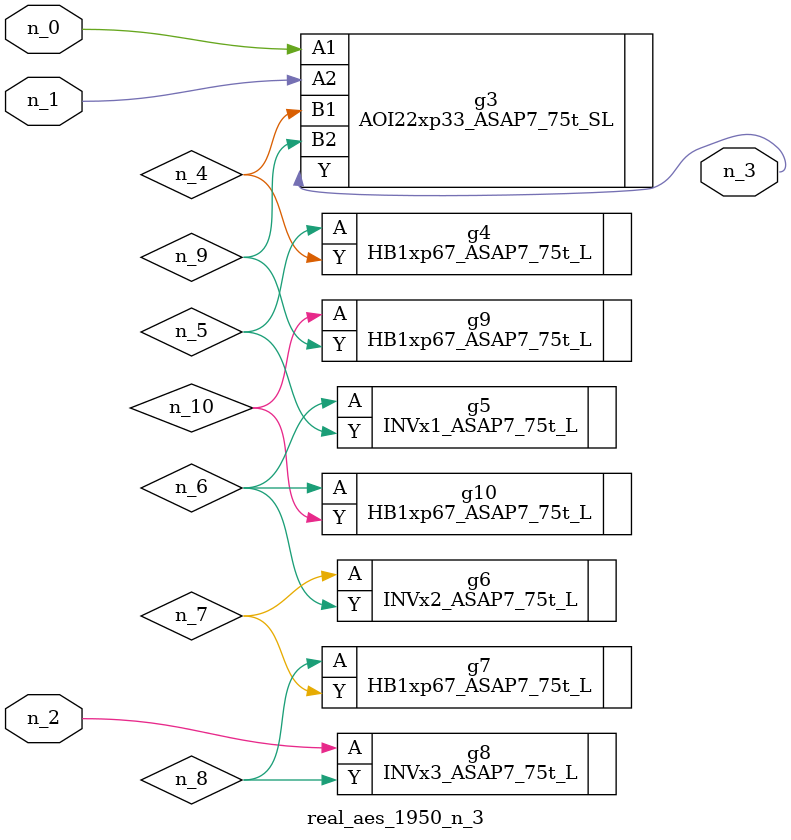
<source format=v>
module real_aes_1950_n_3 (n_0, n_2, n_1, n_3);
input n_0;
input n_2;
input n_1;
output n_3;
wire n_4;
wire n_5;
wire n_7;
wire n_9;
wire n_6;
wire n_8;
wire n_10;
AOI22xp33_ASAP7_75t_SL g3 ( .A1(n_0), .A2(n_1), .B1(n_4), .B2(n_9), .Y(n_3) );
INVx3_ASAP7_75t_L g8 ( .A(n_2), .Y(n_8) );
HB1xp67_ASAP7_75t_L g4 ( .A(n_5), .Y(n_4) );
INVx1_ASAP7_75t_L g5 ( .A(n_6), .Y(n_5) );
HB1xp67_ASAP7_75t_L g10 ( .A(n_6), .Y(n_10) );
INVx2_ASAP7_75t_L g6 ( .A(n_7), .Y(n_6) );
HB1xp67_ASAP7_75t_L g7 ( .A(n_8), .Y(n_7) );
HB1xp67_ASAP7_75t_L g9 ( .A(n_10), .Y(n_9) );
endmodule
</source>
